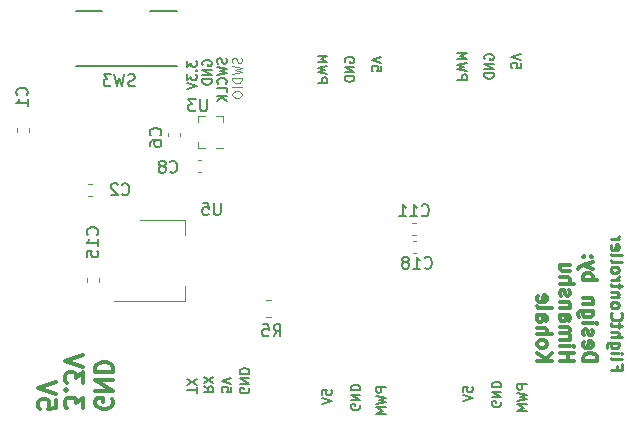
<source format=gbr>
%TF.GenerationSoftware,KiCad,Pcbnew,7.0.9*%
%TF.CreationDate,2025-06-07T20:57:36+05:30*%
%TF.ProjectId,flight_computer_rocketry,666c6967-6874-45f6-936f-6d7075746572,rev?*%
%TF.SameCoordinates,Original*%
%TF.FileFunction,Legend,Bot*%
%TF.FilePolarity,Positive*%
%FSLAX46Y46*%
G04 Gerber Fmt 4.6, Leading zero omitted, Abs format (unit mm)*
G04 Created by KiCad (PCBNEW 7.0.9) date 2025-06-07 20:57:36*
%MOMM*%
%LPD*%
G01*
G04 APERTURE LIST*
%ADD10C,0.200000*%
%ADD11C,0.125000*%
%ADD12C,0.300000*%
%ADD13C,0.250000*%
%ADD14C,0.150000*%
%ADD15C,0.120000*%
%ADD16C,0.100000*%
G04 APERTURE END LIST*
D10*
X138156695Y-89603006D02*
X138156695Y-89222054D01*
X138156695Y-89222054D02*
X138537647Y-89183958D01*
X138537647Y-89183958D02*
X138499552Y-89222054D01*
X138499552Y-89222054D02*
X138461457Y-89298244D01*
X138461457Y-89298244D02*
X138461457Y-89488720D01*
X138461457Y-89488720D02*
X138499552Y-89564911D01*
X138499552Y-89564911D02*
X138537647Y-89603006D01*
X138537647Y-89603006D02*
X138613838Y-89641101D01*
X138613838Y-89641101D02*
X138804314Y-89641101D01*
X138804314Y-89641101D02*
X138880504Y-89603006D01*
X138880504Y-89603006D02*
X138918600Y-89564911D01*
X138918600Y-89564911D02*
X138956695Y-89488720D01*
X138956695Y-89488720D02*
X138956695Y-89298244D01*
X138956695Y-89298244D02*
X138918600Y-89222054D01*
X138918600Y-89222054D02*
X138880504Y-89183958D01*
X138156695Y-89869673D02*
X138956695Y-90136340D01*
X138956695Y-90136340D02*
X138156695Y-90403006D01*
D11*
X119364500Y-61321616D02*
X119402595Y-61435902D01*
X119402595Y-61435902D02*
X119402595Y-61626378D01*
X119402595Y-61626378D02*
X119364500Y-61702569D01*
X119364500Y-61702569D02*
X119326404Y-61740664D01*
X119326404Y-61740664D02*
X119250214Y-61778759D01*
X119250214Y-61778759D02*
X119174023Y-61778759D01*
X119174023Y-61778759D02*
X119097833Y-61740664D01*
X119097833Y-61740664D02*
X119059738Y-61702569D01*
X119059738Y-61702569D02*
X119021642Y-61626378D01*
X119021642Y-61626378D02*
X118983547Y-61473997D01*
X118983547Y-61473997D02*
X118945452Y-61397807D01*
X118945452Y-61397807D02*
X118907357Y-61359712D01*
X118907357Y-61359712D02*
X118831166Y-61321616D01*
X118831166Y-61321616D02*
X118754976Y-61321616D01*
X118754976Y-61321616D02*
X118678785Y-61359712D01*
X118678785Y-61359712D02*
X118640690Y-61397807D01*
X118640690Y-61397807D02*
X118602595Y-61473997D01*
X118602595Y-61473997D02*
X118602595Y-61664474D01*
X118602595Y-61664474D02*
X118640690Y-61778759D01*
X118602595Y-62045426D02*
X119402595Y-62235902D01*
X119402595Y-62235902D02*
X118831166Y-62388283D01*
X118831166Y-62388283D02*
X119402595Y-62540664D01*
X119402595Y-62540664D02*
X118602595Y-62731141D01*
X119402595Y-63035903D02*
X118602595Y-63035903D01*
X118602595Y-63035903D02*
X118602595Y-63226379D01*
X118602595Y-63226379D02*
X118640690Y-63340665D01*
X118640690Y-63340665D02*
X118716880Y-63416855D01*
X118716880Y-63416855D02*
X118793071Y-63454950D01*
X118793071Y-63454950D02*
X118945452Y-63493046D01*
X118945452Y-63493046D02*
X119059738Y-63493046D01*
X119059738Y-63493046D02*
X119212119Y-63454950D01*
X119212119Y-63454950D02*
X119288309Y-63416855D01*
X119288309Y-63416855D02*
X119364500Y-63340665D01*
X119364500Y-63340665D02*
X119402595Y-63226379D01*
X119402595Y-63226379D02*
X119402595Y-63035903D01*
X119402595Y-63835903D02*
X118602595Y-63835903D01*
X118602595Y-64369236D02*
X118602595Y-64521617D01*
X118602595Y-64521617D02*
X118640690Y-64597807D01*
X118640690Y-64597807D02*
X118716880Y-64673998D01*
X118716880Y-64673998D02*
X118869261Y-64712093D01*
X118869261Y-64712093D02*
X119135928Y-64712093D01*
X119135928Y-64712093D02*
X119288309Y-64673998D01*
X119288309Y-64673998D02*
X119364500Y-64597807D01*
X119364500Y-64597807D02*
X119402595Y-64521617D01*
X119402595Y-64521617D02*
X119402595Y-64369236D01*
X119402595Y-64369236D02*
X119364500Y-64293045D01*
X119364500Y-64293045D02*
X119288309Y-64216855D01*
X119288309Y-64216855D02*
X119135928Y-64178759D01*
X119135928Y-64178759D02*
X118869261Y-64178759D01*
X118869261Y-64178759D02*
X118716880Y-64216855D01*
X118716880Y-64216855D02*
X118640690Y-64293045D01*
X118640690Y-64293045D02*
X118602595Y-64369236D01*
D12*
X108434742Y-90226774D02*
X108506171Y-90369632D01*
X108506171Y-90369632D02*
X108506171Y-90583917D01*
X108506171Y-90583917D02*
X108434742Y-90798203D01*
X108434742Y-90798203D02*
X108291885Y-90941060D01*
X108291885Y-90941060D02*
X108149028Y-91012489D01*
X108149028Y-91012489D02*
X107863314Y-91083917D01*
X107863314Y-91083917D02*
X107649028Y-91083917D01*
X107649028Y-91083917D02*
X107363314Y-91012489D01*
X107363314Y-91012489D02*
X107220457Y-90941060D01*
X107220457Y-90941060D02*
X107077600Y-90798203D01*
X107077600Y-90798203D02*
X107006171Y-90583917D01*
X107006171Y-90583917D02*
X107006171Y-90441060D01*
X107006171Y-90441060D02*
X107077600Y-90226774D01*
X107077600Y-90226774D02*
X107149028Y-90155346D01*
X107149028Y-90155346D02*
X107649028Y-90155346D01*
X107649028Y-90155346D02*
X107649028Y-90441060D01*
X107006171Y-89512489D02*
X108506171Y-89512489D01*
X108506171Y-89512489D02*
X107006171Y-88655346D01*
X107006171Y-88655346D02*
X108506171Y-88655346D01*
X107006171Y-87941060D02*
X108506171Y-87941060D01*
X108506171Y-87941060D02*
X108506171Y-87583917D01*
X108506171Y-87583917D02*
X108434742Y-87369631D01*
X108434742Y-87369631D02*
X108291885Y-87226774D01*
X108291885Y-87226774D02*
X108149028Y-87155345D01*
X108149028Y-87155345D02*
X107863314Y-87083917D01*
X107863314Y-87083917D02*
X107649028Y-87083917D01*
X107649028Y-87083917D02*
X107363314Y-87155345D01*
X107363314Y-87155345D02*
X107220457Y-87226774D01*
X107220457Y-87226774D02*
X107077600Y-87369631D01*
X107077600Y-87369631D02*
X107006171Y-87583917D01*
X107006171Y-87583917D02*
X107006171Y-87941060D01*
D10*
X114788695Y-61586863D02*
X114788695Y-62082101D01*
X114788695Y-62082101D02*
X115093457Y-61815435D01*
X115093457Y-61815435D02*
X115093457Y-61929720D01*
X115093457Y-61929720D02*
X115131552Y-62005911D01*
X115131552Y-62005911D02*
X115169647Y-62044006D01*
X115169647Y-62044006D02*
X115245838Y-62082101D01*
X115245838Y-62082101D02*
X115436314Y-62082101D01*
X115436314Y-62082101D02*
X115512504Y-62044006D01*
X115512504Y-62044006D02*
X115550600Y-62005911D01*
X115550600Y-62005911D02*
X115588695Y-61929720D01*
X115588695Y-61929720D02*
X115588695Y-61701149D01*
X115588695Y-61701149D02*
X115550600Y-61624958D01*
X115550600Y-61624958D02*
X115512504Y-61586863D01*
X115512504Y-62424959D02*
X115550600Y-62463054D01*
X115550600Y-62463054D02*
X115588695Y-62424959D01*
X115588695Y-62424959D02*
X115550600Y-62386863D01*
X115550600Y-62386863D02*
X115512504Y-62424959D01*
X115512504Y-62424959D02*
X115588695Y-62424959D01*
X114788695Y-62729720D02*
X114788695Y-63224958D01*
X114788695Y-63224958D02*
X115093457Y-62958292D01*
X115093457Y-62958292D02*
X115093457Y-63072577D01*
X115093457Y-63072577D02*
X115131552Y-63148768D01*
X115131552Y-63148768D02*
X115169647Y-63186863D01*
X115169647Y-63186863D02*
X115245838Y-63224958D01*
X115245838Y-63224958D02*
X115436314Y-63224958D01*
X115436314Y-63224958D02*
X115512504Y-63186863D01*
X115512504Y-63186863D02*
X115550600Y-63148768D01*
X115550600Y-63148768D02*
X115588695Y-63072577D01*
X115588695Y-63072577D02*
X115588695Y-62844006D01*
X115588695Y-62844006D02*
X115550600Y-62767815D01*
X115550600Y-62767815D02*
X115512504Y-62729720D01*
X114788695Y-63453530D02*
X115588695Y-63720197D01*
X115588695Y-63720197D02*
X114788695Y-63986863D01*
X125838304Y-63431945D02*
X126638304Y-63431945D01*
X126638304Y-63431945D02*
X126638304Y-63127183D01*
X126638304Y-63127183D02*
X126600209Y-63050993D01*
X126600209Y-63050993D02*
X126562114Y-63012898D01*
X126562114Y-63012898D02*
X126485923Y-62974802D01*
X126485923Y-62974802D02*
X126371638Y-62974802D01*
X126371638Y-62974802D02*
X126295447Y-63012898D01*
X126295447Y-63012898D02*
X126257352Y-63050993D01*
X126257352Y-63050993D02*
X126219257Y-63127183D01*
X126219257Y-63127183D02*
X126219257Y-63431945D01*
X126638304Y-62708136D02*
X125838304Y-62517660D01*
X125838304Y-62517660D02*
X126409733Y-62365279D01*
X126409733Y-62365279D02*
X125838304Y-62212898D01*
X125838304Y-62212898D02*
X126638304Y-62022422D01*
X125838304Y-61717659D02*
X126638304Y-61717659D01*
X126638304Y-61717659D02*
X126066876Y-61450993D01*
X126066876Y-61450993D02*
X126638304Y-61184326D01*
X126638304Y-61184326D02*
X125838304Y-61184326D01*
X119996209Y-89301898D02*
X120034304Y-89378088D01*
X120034304Y-89378088D02*
X120034304Y-89492374D01*
X120034304Y-89492374D02*
X119996209Y-89606660D01*
X119996209Y-89606660D02*
X119920019Y-89682850D01*
X119920019Y-89682850D02*
X119843828Y-89720945D01*
X119843828Y-89720945D02*
X119691447Y-89759041D01*
X119691447Y-89759041D02*
X119577161Y-89759041D01*
X119577161Y-89759041D02*
X119424780Y-89720945D01*
X119424780Y-89720945D02*
X119348590Y-89682850D01*
X119348590Y-89682850D02*
X119272400Y-89606660D01*
X119272400Y-89606660D02*
X119234304Y-89492374D01*
X119234304Y-89492374D02*
X119234304Y-89416183D01*
X119234304Y-89416183D02*
X119272400Y-89301898D01*
X119272400Y-89301898D02*
X119310495Y-89263802D01*
X119310495Y-89263802D02*
X119577161Y-89263802D01*
X119577161Y-89263802D02*
X119577161Y-89416183D01*
X119234304Y-88920945D02*
X120034304Y-88920945D01*
X120034304Y-88920945D02*
X119234304Y-88463802D01*
X119234304Y-88463802D02*
X120034304Y-88463802D01*
X119234304Y-88082850D02*
X120034304Y-88082850D01*
X120034304Y-88082850D02*
X120034304Y-87892374D01*
X120034304Y-87892374D02*
X119996209Y-87778088D01*
X119996209Y-87778088D02*
X119920019Y-87701898D01*
X119920019Y-87701898D02*
X119843828Y-87663803D01*
X119843828Y-87663803D02*
X119691447Y-87625707D01*
X119691447Y-87625707D02*
X119577161Y-87625707D01*
X119577161Y-87625707D02*
X119424780Y-87663803D01*
X119424780Y-87663803D02*
X119348590Y-87701898D01*
X119348590Y-87701898D02*
X119272400Y-87778088D01*
X119272400Y-87778088D02*
X119234304Y-87892374D01*
X119234304Y-87892374D02*
X119234304Y-88082850D01*
X116186304Y-89136802D02*
X116567257Y-89403469D01*
X116186304Y-89593945D02*
X116986304Y-89593945D01*
X116986304Y-89593945D02*
X116986304Y-89289183D01*
X116986304Y-89289183D02*
X116948209Y-89212993D01*
X116948209Y-89212993D02*
X116910114Y-89174898D01*
X116910114Y-89174898D02*
X116833923Y-89136802D01*
X116833923Y-89136802D02*
X116719638Y-89136802D01*
X116719638Y-89136802D02*
X116643447Y-89174898D01*
X116643447Y-89174898D02*
X116605352Y-89212993D01*
X116605352Y-89212993D02*
X116567257Y-89289183D01*
X116567257Y-89289183D02*
X116567257Y-89593945D01*
X116986304Y-88870136D02*
X116186304Y-88336802D01*
X116986304Y-88336802D02*
X116186304Y-88870136D01*
X143021304Y-61780993D02*
X143021304Y-62161945D01*
X143021304Y-62161945D02*
X142640352Y-62200041D01*
X142640352Y-62200041D02*
X142678447Y-62161945D01*
X142678447Y-62161945D02*
X142716542Y-62085755D01*
X142716542Y-62085755D02*
X142716542Y-61895279D01*
X142716542Y-61895279D02*
X142678447Y-61819088D01*
X142678447Y-61819088D02*
X142640352Y-61780993D01*
X142640352Y-61780993D02*
X142564161Y-61742898D01*
X142564161Y-61742898D02*
X142373685Y-61742898D01*
X142373685Y-61742898D02*
X142297495Y-61780993D01*
X142297495Y-61780993D02*
X142259400Y-61819088D01*
X142259400Y-61819088D02*
X142221304Y-61895279D01*
X142221304Y-61895279D02*
X142221304Y-62085755D01*
X142221304Y-62085755D02*
X142259400Y-62161945D01*
X142259400Y-62161945D02*
X142297495Y-62200041D01*
X143021304Y-61514326D02*
X142221304Y-61247659D01*
X142221304Y-61247659D02*
X143021304Y-60980993D01*
X137649304Y-63177945D02*
X138449304Y-63177945D01*
X138449304Y-63177945D02*
X138449304Y-62873183D01*
X138449304Y-62873183D02*
X138411209Y-62796993D01*
X138411209Y-62796993D02*
X138373114Y-62758898D01*
X138373114Y-62758898D02*
X138296923Y-62720802D01*
X138296923Y-62720802D02*
X138182638Y-62720802D01*
X138182638Y-62720802D02*
X138106447Y-62758898D01*
X138106447Y-62758898D02*
X138068352Y-62796993D01*
X138068352Y-62796993D02*
X138030257Y-62873183D01*
X138030257Y-62873183D02*
X138030257Y-63177945D01*
X138449304Y-62454136D02*
X137649304Y-62263660D01*
X137649304Y-62263660D02*
X138220733Y-62111279D01*
X138220733Y-62111279D02*
X137649304Y-61958898D01*
X137649304Y-61958898D02*
X138449304Y-61768422D01*
X137649304Y-61463659D02*
X138449304Y-61463659D01*
X138449304Y-61463659D02*
X137877876Y-61196993D01*
X137877876Y-61196993D02*
X138449304Y-60930326D01*
X138449304Y-60930326D02*
X137649304Y-60930326D01*
D12*
X105966171Y-91028346D02*
X105966171Y-90099774D01*
X105966171Y-90099774D02*
X105394742Y-90599774D01*
X105394742Y-90599774D02*
X105394742Y-90385489D01*
X105394742Y-90385489D02*
X105323314Y-90242632D01*
X105323314Y-90242632D02*
X105251885Y-90171203D01*
X105251885Y-90171203D02*
X105109028Y-90099774D01*
X105109028Y-90099774D02*
X104751885Y-90099774D01*
X104751885Y-90099774D02*
X104609028Y-90171203D01*
X104609028Y-90171203D02*
X104537600Y-90242632D01*
X104537600Y-90242632D02*
X104466171Y-90385489D01*
X104466171Y-90385489D02*
X104466171Y-90814060D01*
X104466171Y-90814060D02*
X104537600Y-90956917D01*
X104537600Y-90956917D02*
X104609028Y-91028346D01*
X104609028Y-89456918D02*
X104537600Y-89385489D01*
X104537600Y-89385489D02*
X104466171Y-89456918D01*
X104466171Y-89456918D02*
X104537600Y-89528346D01*
X104537600Y-89528346D02*
X104609028Y-89456918D01*
X104609028Y-89456918D02*
X104466171Y-89456918D01*
X105966171Y-88885489D02*
X105966171Y-87956917D01*
X105966171Y-87956917D02*
X105394742Y-88456917D01*
X105394742Y-88456917D02*
X105394742Y-88242632D01*
X105394742Y-88242632D02*
X105323314Y-88099775D01*
X105323314Y-88099775D02*
X105251885Y-88028346D01*
X105251885Y-88028346D02*
X105109028Y-87956917D01*
X105109028Y-87956917D02*
X104751885Y-87956917D01*
X104751885Y-87956917D02*
X104609028Y-88028346D01*
X104609028Y-88028346D02*
X104537600Y-88099775D01*
X104537600Y-88099775D02*
X104466171Y-88242632D01*
X104466171Y-88242632D02*
X104466171Y-88671203D01*
X104466171Y-88671203D02*
X104537600Y-88814060D01*
X104537600Y-88814060D02*
X104609028Y-88885489D01*
X105966171Y-87528346D02*
X104466171Y-87028346D01*
X104466171Y-87028346D02*
X105966171Y-86528346D01*
D10*
X139972790Y-61447101D02*
X139934695Y-61370911D01*
X139934695Y-61370911D02*
X139934695Y-61256625D01*
X139934695Y-61256625D02*
X139972790Y-61142339D01*
X139972790Y-61142339D02*
X140048980Y-61066149D01*
X140048980Y-61066149D02*
X140125171Y-61028054D01*
X140125171Y-61028054D02*
X140277552Y-60989958D01*
X140277552Y-60989958D02*
X140391838Y-60989958D01*
X140391838Y-60989958D02*
X140544219Y-61028054D01*
X140544219Y-61028054D02*
X140620409Y-61066149D01*
X140620409Y-61066149D02*
X140696600Y-61142339D01*
X140696600Y-61142339D02*
X140734695Y-61256625D01*
X140734695Y-61256625D02*
X140734695Y-61332816D01*
X140734695Y-61332816D02*
X140696600Y-61447101D01*
X140696600Y-61447101D02*
X140658504Y-61485197D01*
X140658504Y-61485197D02*
X140391838Y-61485197D01*
X140391838Y-61485197D02*
X140391838Y-61332816D01*
X140734695Y-61828054D02*
X139934695Y-61828054D01*
X139934695Y-61828054D02*
X140734695Y-62285197D01*
X140734695Y-62285197D02*
X139934695Y-62285197D01*
X140734695Y-62666149D02*
X139934695Y-62666149D01*
X139934695Y-62666149D02*
X139934695Y-62856625D01*
X139934695Y-62856625D02*
X139972790Y-62970911D01*
X139972790Y-62970911D02*
X140048980Y-63047101D01*
X140048980Y-63047101D02*
X140125171Y-63085196D01*
X140125171Y-63085196D02*
X140277552Y-63123292D01*
X140277552Y-63123292D02*
X140391838Y-63123292D01*
X140391838Y-63123292D02*
X140544219Y-63085196D01*
X140544219Y-63085196D02*
X140620409Y-63047101D01*
X140620409Y-63047101D02*
X140696600Y-62970911D01*
X140696600Y-62970911D02*
X140734695Y-62856625D01*
X140734695Y-62856625D02*
X140734695Y-62666149D01*
X131210304Y-62034993D02*
X131210304Y-62415945D01*
X131210304Y-62415945D02*
X130829352Y-62454041D01*
X130829352Y-62454041D02*
X130867447Y-62415945D01*
X130867447Y-62415945D02*
X130905542Y-62339755D01*
X130905542Y-62339755D02*
X130905542Y-62149279D01*
X130905542Y-62149279D02*
X130867447Y-62073088D01*
X130867447Y-62073088D02*
X130829352Y-62034993D01*
X130829352Y-62034993D02*
X130753161Y-61996898D01*
X130753161Y-61996898D02*
X130562685Y-61996898D01*
X130562685Y-61996898D02*
X130486495Y-62034993D01*
X130486495Y-62034993D02*
X130448400Y-62073088D01*
X130448400Y-62073088D02*
X130410304Y-62149279D01*
X130410304Y-62149279D02*
X130410304Y-62339755D01*
X130410304Y-62339755D02*
X130448400Y-62415945D01*
X130448400Y-62415945D02*
X130486495Y-62454041D01*
X131210304Y-61768326D02*
X130410304Y-61501659D01*
X130410304Y-61501659D02*
X131210304Y-61234993D01*
X116096790Y-61955101D02*
X116058695Y-61878911D01*
X116058695Y-61878911D02*
X116058695Y-61764625D01*
X116058695Y-61764625D02*
X116096790Y-61650339D01*
X116096790Y-61650339D02*
X116172980Y-61574149D01*
X116172980Y-61574149D02*
X116249171Y-61536054D01*
X116249171Y-61536054D02*
X116401552Y-61497958D01*
X116401552Y-61497958D02*
X116515838Y-61497958D01*
X116515838Y-61497958D02*
X116668219Y-61536054D01*
X116668219Y-61536054D02*
X116744409Y-61574149D01*
X116744409Y-61574149D02*
X116820600Y-61650339D01*
X116820600Y-61650339D02*
X116858695Y-61764625D01*
X116858695Y-61764625D02*
X116858695Y-61840816D01*
X116858695Y-61840816D02*
X116820600Y-61955101D01*
X116820600Y-61955101D02*
X116782504Y-61993197D01*
X116782504Y-61993197D02*
X116515838Y-61993197D01*
X116515838Y-61993197D02*
X116515838Y-61840816D01*
X116858695Y-62336054D02*
X116058695Y-62336054D01*
X116058695Y-62336054D02*
X116858695Y-62793197D01*
X116858695Y-62793197D02*
X116058695Y-62793197D01*
X116858695Y-63174149D02*
X116058695Y-63174149D01*
X116058695Y-63174149D02*
X116058695Y-63364625D01*
X116058695Y-63364625D02*
X116096790Y-63478911D01*
X116096790Y-63478911D02*
X116172980Y-63555101D01*
X116172980Y-63555101D02*
X116249171Y-63593196D01*
X116249171Y-63593196D02*
X116401552Y-63631292D01*
X116401552Y-63631292D02*
X116515838Y-63631292D01*
X116515838Y-63631292D02*
X116668219Y-63593196D01*
X116668219Y-63593196D02*
X116744409Y-63555101D01*
X116744409Y-63555101D02*
X116820600Y-63478911D01*
X116820600Y-63478911D02*
X116858695Y-63364625D01*
X116858695Y-63364625D02*
X116858695Y-63174149D01*
D12*
X103680171Y-90298203D02*
X103680171Y-91012489D01*
X103680171Y-91012489D02*
X102965885Y-91083917D01*
X102965885Y-91083917D02*
X103037314Y-91012489D01*
X103037314Y-91012489D02*
X103108742Y-90869632D01*
X103108742Y-90869632D02*
X103108742Y-90512489D01*
X103108742Y-90512489D02*
X103037314Y-90369632D01*
X103037314Y-90369632D02*
X102965885Y-90298203D01*
X102965885Y-90298203D02*
X102823028Y-90226774D01*
X102823028Y-90226774D02*
X102465885Y-90226774D01*
X102465885Y-90226774D02*
X102323028Y-90298203D01*
X102323028Y-90298203D02*
X102251600Y-90369632D01*
X102251600Y-90369632D02*
X102180171Y-90512489D01*
X102180171Y-90512489D02*
X102180171Y-90869632D01*
X102180171Y-90869632D02*
X102251600Y-91012489D01*
X102251600Y-91012489D02*
X102323028Y-91083917D01*
X103680171Y-89798203D02*
X102180171Y-89298203D01*
X102180171Y-89298203D02*
X103680171Y-88798203D01*
X148298457Y-87019917D02*
X149498457Y-87019917D01*
X149498457Y-87019917D02*
X149498457Y-86734203D01*
X149498457Y-86734203D02*
X149441314Y-86562774D01*
X149441314Y-86562774D02*
X149327028Y-86448489D01*
X149327028Y-86448489D02*
X149212742Y-86391346D01*
X149212742Y-86391346D02*
X148984171Y-86334203D01*
X148984171Y-86334203D02*
X148812742Y-86334203D01*
X148812742Y-86334203D02*
X148584171Y-86391346D01*
X148584171Y-86391346D02*
X148469885Y-86448489D01*
X148469885Y-86448489D02*
X148355600Y-86562774D01*
X148355600Y-86562774D02*
X148298457Y-86734203D01*
X148298457Y-86734203D02*
X148298457Y-87019917D01*
X148355600Y-85362774D02*
X148298457Y-85477060D01*
X148298457Y-85477060D02*
X148298457Y-85705632D01*
X148298457Y-85705632D02*
X148355600Y-85819917D01*
X148355600Y-85819917D02*
X148469885Y-85877060D01*
X148469885Y-85877060D02*
X148927028Y-85877060D01*
X148927028Y-85877060D02*
X149041314Y-85819917D01*
X149041314Y-85819917D02*
X149098457Y-85705632D01*
X149098457Y-85705632D02*
X149098457Y-85477060D01*
X149098457Y-85477060D02*
X149041314Y-85362774D01*
X149041314Y-85362774D02*
X148927028Y-85305632D01*
X148927028Y-85305632D02*
X148812742Y-85305632D01*
X148812742Y-85305632D02*
X148698457Y-85877060D01*
X148355600Y-84848489D02*
X148298457Y-84734203D01*
X148298457Y-84734203D02*
X148298457Y-84505632D01*
X148298457Y-84505632D02*
X148355600Y-84391346D01*
X148355600Y-84391346D02*
X148469885Y-84334203D01*
X148469885Y-84334203D02*
X148527028Y-84334203D01*
X148527028Y-84334203D02*
X148641314Y-84391346D01*
X148641314Y-84391346D02*
X148698457Y-84505632D01*
X148698457Y-84505632D02*
X148698457Y-84677061D01*
X148698457Y-84677061D02*
X148755600Y-84791346D01*
X148755600Y-84791346D02*
X148869885Y-84848489D01*
X148869885Y-84848489D02*
X148927028Y-84848489D01*
X148927028Y-84848489D02*
X149041314Y-84791346D01*
X149041314Y-84791346D02*
X149098457Y-84677061D01*
X149098457Y-84677061D02*
X149098457Y-84505632D01*
X149098457Y-84505632D02*
X149041314Y-84391346D01*
X148298457Y-83819917D02*
X149098457Y-83819917D01*
X149498457Y-83819917D02*
X149441314Y-83877060D01*
X149441314Y-83877060D02*
X149384171Y-83819917D01*
X149384171Y-83819917D02*
X149441314Y-83762774D01*
X149441314Y-83762774D02*
X149498457Y-83819917D01*
X149498457Y-83819917D02*
X149384171Y-83819917D01*
X149098457Y-82734203D02*
X148127028Y-82734203D01*
X148127028Y-82734203D02*
X148012742Y-82791345D01*
X148012742Y-82791345D02*
X147955600Y-82848488D01*
X147955600Y-82848488D02*
X147898457Y-82962774D01*
X147898457Y-82962774D02*
X147898457Y-83134203D01*
X147898457Y-83134203D02*
X147955600Y-83248488D01*
X148355600Y-82734203D02*
X148298457Y-82848488D01*
X148298457Y-82848488D02*
X148298457Y-83077060D01*
X148298457Y-83077060D02*
X148355600Y-83191345D01*
X148355600Y-83191345D02*
X148412742Y-83248488D01*
X148412742Y-83248488D02*
X148527028Y-83305631D01*
X148527028Y-83305631D02*
X148869885Y-83305631D01*
X148869885Y-83305631D02*
X148984171Y-83248488D01*
X148984171Y-83248488D02*
X149041314Y-83191345D01*
X149041314Y-83191345D02*
X149098457Y-83077060D01*
X149098457Y-83077060D02*
X149098457Y-82848488D01*
X149098457Y-82848488D02*
X149041314Y-82734203D01*
X149098457Y-82162774D02*
X148298457Y-82162774D01*
X148984171Y-82162774D02*
X149041314Y-82105631D01*
X149041314Y-82105631D02*
X149098457Y-81991346D01*
X149098457Y-81991346D02*
X149098457Y-81819917D01*
X149098457Y-81819917D02*
X149041314Y-81705631D01*
X149041314Y-81705631D02*
X148927028Y-81648489D01*
X148927028Y-81648489D02*
X148298457Y-81648489D01*
X148298457Y-80162774D02*
X149498457Y-80162774D01*
X149041314Y-80162774D02*
X149098457Y-80048489D01*
X149098457Y-80048489D02*
X149098457Y-79819917D01*
X149098457Y-79819917D02*
X149041314Y-79705631D01*
X149041314Y-79705631D02*
X148984171Y-79648489D01*
X148984171Y-79648489D02*
X148869885Y-79591346D01*
X148869885Y-79591346D02*
X148527028Y-79591346D01*
X148527028Y-79591346D02*
X148412742Y-79648489D01*
X148412742Y-79648489D02*
X148355600Y-79705631D01*
X148355600Y-79705631D02*
X148298457Y-79819917D01*
X148298457Y-79819917D02*
X148298457Y-80048489D01*
X148298457Y-80048489D02*
X148355600Y-80162774D01*
X149098457Y-79191346D02*
X148298457Y-78905632D01*
X149098457Y-78619917D02*
X148298457Y-78905632D01*
X148298457Y-78905632D02*
X148012742Y-79019917D01*
X148012742Y-79019917D02*
X147955600Y-79077060D01*
X147955600Y-79077060D02*
X147898457Y-79191346D01*
X148412742Y-78162774D02*
X148355600Y-78105631D01*
X148355600Y-78105631D02*
X148298457Y-78162774D01*
X148298457Y-78162774D02*
X148355600Y-78219917D01*
X148355600Y-78219917D02*
X148412742Y-78162774D01*
X148412742Y-78162774D02*
X148298457Y-78162774D01*
X149041314Y-78162774D02*
X148984171Y-78105631D01*
X148984171Y-78105631D02*
X148927028Y-78162774D01*
X148927028Y-78162774D02*
X148984171Y-78219917D01*
X148984171Y-78219917D02*
X149041314Y-78162774D01*
X149041314Y-78162774D02*
X148927028Y-78162774D01*
X146366457Y-87019917D02*
X147566457Y-87019917D01*
X146995028Y-87019917D02*
X146995028Y-86334203D01*
X146366457Y-86334203D02*
X147566457Y-86334203D01*
X146366457Y-85762774D02*
X147166457Y-85762774D01*
X147566457Y-85762774D02*
X147509314Y-85819917D01*
X147509314Y-85819917D02*
X147452171Y-85762774D01*
X147452171Y-85762774D02*
X147509314Y-85705631D01*
X147509314Y-85705631D02*
X147566457Y-85762774D01*
X147566457Y-85762774D02*
X147452171Y-85762774D01*
X146366457Y-85191345D02*
X147166457Y-85191345D01*
X147052171Y-85191345D02*
X147109314Y-85134202D01*
X147109314Y-85134202D02*
X147166457Y-85019917D01*
X147166457Y-85019917D02*
X147166457Y-84848488D01*
X147166457Y-84848488D02*
X147109314Y-84734202D01*
X147109314Y-84734202D02*
X146995028Y-84677060D01*
X146995028Y-84677060D02*
X146366457Y-84677060D01*
X146995028Y-84677060D02*
X147109314Y-84619917D01*
X147109314Y-84619917D02*
X147166457Y-84505631D01*
X147166457Y-84505631D02*
X147166457Y-84334202D01*
X147166457Y-84334202D02*
X147109314Y-84219917D01*
X147109314Y-84219917D02*
X146995028Y-84162774D01*
X146995028Y-84162774D02*
X146366457Y-84162774D01*
X146366457Y-83077060D02*
X146995028Y-83077060D01*
X146995028Y-83077060D02*
X147109314Y-83134202D01*
X147109314Y-83134202D02*
X147166457Y-83248488D01*
X147166457Y-83248488D02*
X147166457Y-83477060D01*
X147166457Y-83477060D02*
X147109314Y-83591345D01*
X146423600Y-83077060D02*
X146366457Y-83191345D01*
X146366457Y-83191345D02*
X146366457Y-83477060D01*
X146366457Y-83477060D02*
X146423600Y-83591345D01*
X146423600Y-83591345D02*
X146537885Y-83648488D01*
X146537885Y-83648488D02*
X146652171Y-83648488D01*
X146652171Y-83648488D02*
X146766457Y-83591345D01*
X146766457Y-83591345D02*
X146823600Y-83477060D01*
X146823600Y-83477060D02*
X146823600Y-83191345D01*
X146823600Y-83191345D02*
X146880742Y-83077060D01*
X147166457Y-82505631D02*
X146366457Y-82505631D01*
X147052171Y-82505631D02*
X147109314Y-82448488D01*
X147109314Y-82448488D02*
X147166457Y-82334203D01*
X147166457Y-82334203D02*
X147166457Y-82162774D01*
X147166457Y-82162774D02*
X147109314Y-82048488D01*
X147109314Y-82048488D02*
X146995028Y-81991346D01*
X146995028Y-81991346D02*
X146366457Y-81991346D01*
X146423600Y-81477060D02*
X146366457Y-81362774D01*
X146366457Y-81362774D02*
X146366457Y-81134203D01*
X146366457Y-81134203D02*
X146423600Y-81019917D01*
X146423600Y-81019917D02*
X146537885Y-80962774D01*
X146537885Y-80962774D02*
X146595028Y-80962774D01*
X146595028Y-80962774D02*
X146709314Y-81019917D01*
X146709314Y-81019917D02*
X146766457Y-81134203D01*
X146766457Y-81134203D02*
X146766457Y-81305632D01*
X146766457Y-81305632D02*
X146823600Y-81419917D01*
X146823600Y-81419917D02*
X146937885Y-81477060D01*
X146937885Y-81477060D02*
X146995028Y-81477060D01*
X146995028Y-81477060D02*
X147109314Y-81419917D01*
X147109314Y-81419917D02*
X147166457Y-81305632D01*
X147166457Y-81305632D02*
X147166457Y-81134203D01*
X147166457Y-81134203D02*
X147109314Y-81019917D01*
X146366457Y-80448488D02*
X147566457Y-80448488D01*
X146366457Y-79934203D02*
X146995028Y-79934203D01*
X146995028Y-79934203D02*
X147109314Y-79991345D01*
X147109314Y-79991345D02*
X147166457Y-80105631D01*
X147166457Y-80105631D02*
X147166457Y-80277060D01*
X147166457Y-80277060D02*
X147109314Y-80391345D01*
X147109314Y-80391345D02*
X147052171Y-80448488D01*
X147166457Y-78848489D02*
X146366457Y-78848489D01*
X147166457Y-79362774D02*
X146537885Y-79362774D01*
X146537885Y-79362774D02*
X146423600Y-79305631D01*
X146423600Y-79305631D02*
X146366457Y-79191346D01*
X146366457Y-79191346D02*
X146366457Y-79019917D01*
X146366457Y-79019917D02*
X146423600Y-78905631D01*
X146423600Y-78905631D02*
X146480742Y-78848489D01*
X144434457Y-87019917D02*
X145634457Y-87019917D01*
X144434457Y-86334203D02*
X145120171Y-86848489D01*
X145634457Y-86334203D02*
X144948742Y-87019917D01*
X144434457Y-85648489D02*
X144491600Y-85762774D01*
X144491600Y-85762774D02*
X144548742Y-85819917D01*
X144548742Y-85819917D02*
X144663028Y-85877060D01*
X144663028Y-85877060D02*
X145005885Y-85877060D01*
X145005885Y-85877060D02*
X145120171Y-85819917D01*
X145120171Y-85819917D02*
X145177314Y-85762774D01*
X145177314Y-85762774D02*
X145234457Y-85648489D01*
X145234457Y-85648489D02*
X145234457Y-85477060D01*
X145234457Y-85477060D02*
X145177314Y-85362774D01*
X145177314Y-85362774D02*
X145120171Y-85305632D01*
X145120171Y-85305632D02*
X145005885Y-85248489D01*
X145005885Y-85248489D02*
X144663028Y-85248489D01*
X144663028Y-85248489D02*
X144548742Y-85305632D01*
X144548742Y-85305632D02*
X144491600Y-85362774D01*
X144491600Y-85362774D02*
X144434457Y-85477060D01*
X144434457Y-85477060D02*
X144434457Y-85648489D01*
X144434457Y-84734203D02*
X145634457Y-84734203D01*
X144434457Y-84219918D02*
X145063028Y-84219918D01*
X145063028Y-84219918D02*
X145177314Y-84277060D01*
X145177314Y-84277060D02*
X145234457Y-84391346D01*
X145234457Y-84391346D02*
X145234457Y-84562775D01*
X145234457Y-84562775D02*
X145177314Y-84677060D01*
X145177314Y-84677060D02*
X145120171Y-84734203D01*
X144434457Y-83134204D02*
X145063028Y-83134204D01*
X145063028Y-83134204D02*
X145177314Y-83191346D01*
X145177314Y-83191346D02*
X145234457Y-83305632D01*
X145234457Y-83305632D02*
X145234457Y-83534204D01*
X145234457Y-83534204D02*
X145177314Y-83648489D01*
X144491600Y-83134204D02*
X144434457Y-83248489D01*
X144434457Y-83248489D02*
X144434457Y-83534204D01*
X144434457Y-83534204D02*
X144491600Y-83648489D01*
X144491600Y-83648489D02*
X144605885Y-83705632D01*
X144605885Y-83705632D02*
X144720171Y-83705632D01*
X144720171Y-83705632D02*
X144834457Y-83648489D01*
X144834457Y-83648489D02*
X144891600Y-83534204D01*
X144891600Y-83534204D02*
X144891600Y-83248489D01*
X144891600Y-83248489D02*
X144948742Y-83134204D01*
X144434457Y-82391347D02*
X144491600Y-82505632D01*
X144491600Y-82505632D02*
X144605885Y-82562775D01*
X144605885Y-82562775D02*
X145634457Y-82562775D01*
X144491600Y-81477061D02*
X144434457Y-81591347D01*
X144434457Y-81591347D02*
X144434457Y-81819919D01*
X144434457Y-81819919D02*
X144491600Y-81934204D01*
X144491600Y-81934204D02*
X144605885Y-81991347D01*
X144605885Y-81991347D02*
X145063028Y-81991347D01*
X145063028Y-81991347D02*
X145177314Y-81934204D01*
X145177314Y-81934204D02*
X145234457Y-81819919D01*
X145234457Y-81819919D02*
X145234457Y-81591347D01*
X145234457Y-81591347D02*
X145177314Y-81477061D01*
X145177314Y-81477061D02*
X145063028Y-81419919D01*
X145063028Y-81419919D02*
X144948742Y-81419919D01*
X144948742Y-81419919D02*
X144834457Y-81991347D01*
D10*
X128161790Y-61701101D02*
X128123695Y-61624911D01*
X128123695Y-61624911D02*
X128123695Y-61510625D01*
X128123695Y-61510625D02*
X128161790Y-61396339D01*
X128161790Y-61396339D02*
X128237980Y-61320149D01*
X128237980Y-61320149D02*
X128314171Y-61282054D01*
X128314171Y-61282054D02*
X128466552Y-61243958D01*
X128466552Y-61243958D02*
X128580838Y-61243958D01*
X128580838Y-61243958D02*
X128733219Y-61282054D01*
X128733219Y-61282054D02*
X128809409Y-61320149D01*
X128809409Y-61320149D02*
X128885600Y-61396339D01*
X128885600Y-61396339D02*
X128923695Y-61510625D01*
X128923695Y-61510625D02*
X128923695Y-61586816D01*
X128923695Y-61586816D02*
X128885600Y-61701101D01*
X128885600Y-61701101D02*
X128847504Y-61739197D01*
X128847504Y-61739197D02*
X128580838Y-61739197D01*
X128580838Y-61739197D02*
X128580838Y-61586816D01*
X128923695Y-62082054D02*
X128123695Y-62082054D01*
X128123695Y-62082054D02*
X128923695Y-62539197D01*
X128923695Y-62539197D02*
X128123695Y-62539197D01*
X128923695Y-62920149D02*
X128123695Y-62920149D01*
X128123695Y-62920149D02*
X128123695Y-63110625D01*
X128123695Y-63110625D02*
X128161790Y-63224911D01*
X128161790Y-63224911D02*
X128237980Y-63301101D01*
X128237980Y-63301101D02*
X128314171Y-63339196D01*
X128314171Y-63339196D02*
X128466552Y-63377292D01*
X128466552Y-63377292D02*
X128580838Y-63377292D01*
X128580838Y-63377292D02*
X128733219Y-63339196D01*
X128733219Y-63339196D02*
X128809409Y-63301101D01*
X128809409Y-63301101D02*
X128885600Y-63224911D01*
X128885600Y-63224911D02*
X128923695Y-63110625D01*
X128923695Y-63110625D02*
X128923695Y-62920149D01*
X143528695Y-88968054D02*
X142728695Y-88968054D01*
X142728695Y-88968054D02*
X142728695Y-89272816D01*
X142728695Y-89272816D02*
X142766790Y-89349006D01*
X142766790Y-89349006D02*
X142804885Y-89387101D01*
X142804885Y-89387101D02*
X142881076Y-89425197D01*
X142881076Y-89425197D02*
X142995361Y-89425197D01*
X142995361Y-89425197D02*
X143071552Y-89387101D01*
X143071552Y-89387101D02*
X143109647Y-89349006D01*
X143109647Y-89349006D02*
X143147742Y-89272816D01*
X143147742Y-89272816D02*
X143147742Y-88968054D01*
X142728695Y-89691863D02*
X143528695Y-89882339D01*
X143528695Y-89882339D02*
X142957266Y-90034720D01*
X142957266Y-90034720D02*
X143528695Y-90187101D01*
X143528695Y-90187101D02*
X142728695Y-90377578D01*
X143528695Y-90682340D02*
X142728695Y-90682340D01*
X142728695Y-90682340D02*
X143300123Y-90949006D01*
X143300123Y-90949006D02*
X142728695Y-91215673D01*
X142728695Y-91215673D02*
X143528695Y-91215673D01*
X131590695Y-89222054D02*
X130790695Y-89222054D01*
X130790695Y-89222054D02*
X130790695Y-89526816D01*
X130790695Y-89526816D02*
X130828790Y-89603006D01*
X130828790Y-89603006D02*
X130866885Y-89641101D01*
X130866885Y-89641101D02*
X130943076Y-89679197D01*
X130943076Y-89679197D02*
X131057361Y-89679197D01*
X131057361Y-89679197D02*
X131133552Y-89641101D01*
X131133552Y-89641101D02*
X131171647Y-89603006D01*
X131171647Y-89603006D02*
X131209742Y-89526816D01*
X131209742Y-89526816D02*
X131209742Y-89222054D01*
X130790695Y-89945863D02*
X131590695Y-90136339D01*
X131590695Y-90136339D02*
X131019266Y-90288720D01*
X131019266Y-90288720D02*
X131590695Y-90441101D01*
X131590695Y-90441101D02*
X130790695Y-90631578D01*
X131590695Y-90936340D02*
X130790695Y-90936340D01*
X130790695Y-90936340D02*
X131362123Y-91203006D01*
X131362123Y-91203006D02*
X130790695Y-91469673D01*
X130790695Y-91469673D02*
X131590695Y-91469673D01*
X126218695Y-89857006D02*
X126218695Y-89476054D01*
X126218695Y-89476054D02*
X126599647Y-89437958D01*
X126599647Y-89437958D02*
X126561552Y-89476054D01*
X126561552Y-89476054D02*
X126523457Y-89552244D01*
X126523457Y-89552244D02*
X126523457Y-89742720D01*
X126523457Y-89742720D02*
X126561552Y-89818911D01*
X126561552Y-89818911D02*
X126599647Y-89857006D01*
X126599647Y-89857006D02*
X126675838Y-89895101D01*
X126675838Y-89895101D02*
X126866314Y-89895101D01*
X126866314Y-89895101D02*
X126942504Y-89857006D01*
X126942504Y-89857006D02*
X126980600Y-89818911D01*
X126980600Y-89818911D02*
X127018695Y-89742720D01*
X127018695Y-89742720D02*
X127018695Y-89552244D01*
X127018695Y-89552244D02*
X126980600Y-89476054D01*
X126980600Y-89476054D02*
X126942504Y-89437958D01*
X126218695Y-90123673D02*
X127018695Y-90390340D01*
X127018695Y-90390340D02*
X126218695Y-90657006D01*
D13*
X151154190Y-87402098D02*
X151154190Y-87735431D01*
X150630380Y-87735431D02*
X151630380Y-87735431D01*
X151630380Y-87735431D02*
X151630380Y-87259241D01*
X150630380Y-86735431D02*
X150678000Y-86830669D01*
X150678000Y-86830669D02*
X150773238Y-86878288D01*
X150773238Y-86878288D02*
X151630380Y-86878288D01*
X150630380Y-86354478D02*
X151297047Y-86354478D01*
X151630380Y-86354478D02*
X151582761Y-86402097D01*
X151582761Y-86402097D02*
X151535142Y-86354478D01*
X151535142Y-86354478D02*
X151582761Y-86306859D01*
X151582761Y-86306859D02*
X151630380Y-86354478D01*
X151630380Y-86354478D02*
X151535142Y-86354478D01*
X151297047Y-85449717D02*
X150487523Y-85449717D01*
X150487523Y-85449717D02*
X150392285Y-85497336D01*
X150392285Y-85497336D02*
X150344666Y-85544955D01*
X150344666Y-85544955D02*
X150297047Y-85640193D01*
X150297047Y-85640193D02*
X150297047Y-85783050D01*
X150297047Y-85783050D02*
X150344666Y-85878288D01*
X150678000Y-85449717D02*
X150630380Y-85544955D01*
X150630380Y-85544955D02*
X150630380Y-85735431D01*
X150630380Y-85735431D02*
X150678000Y-85830669D01*
X150678000Y-85830669D02*
X150725619Y-85878288D01*
X150725619Y-85878288D02*
X150820857Y-85925907D01*
X150820857Y-85925907D02*
X151106571Y-85925907D01*
X151106571Y-85925907D02*
X151201809Y-85878288D01*
X151201809Y-85878288D02*
X151249428Y-85830669D01*
X151249428Y-85830669D02*
X151297047Y-85735431D01*
X151297047Y-85735431D02*
X151297047Y-85544955D01*
X151297047Y-85544955D02*
X151249428Y-85449717D01*
X150630380Y-84973526D02*
X151630380Y-84973526D01*
X150630380Y-84544955D02*
X151154190Y-84544955D01*
X151154190Y-84544955D02*
X151249428Y-84592574D01*
X151249428Y-84592574D02*
X151297047Y-84687812D01*
X151297047Y-84687812D02*
X151297047Y-84830669D01*
X151297047Y-84830669D02*
X151249428Y-84925907D01*
X151249428Y-84925907D02*
X151201809Y-84973526D01*
X151297047Y-84211621D02*
X151297047Y-83830669D01*
X151630380Y-84068764D02*
X150773238Y-84068764D01*
X150773238Y-84068764D02*
X150678000Y-84021145D01*
X150678000Y-84021145D02*
X150630380Y-83925907D01*
X150630380Y-83925907D02*
X150630380Y-83830669D01*
X150725619Y-82925907D02*
X150678000Y-82973526D01*
X150678000Y-82973526D02*
X150630380Y-83116383D01*
X150630380Y-83116383D02*
X150630380Y-83211621D01*
X150630380Y-83211621D02*
X150678000Y-83354478D01*
X150678000Y-83354478D02*
X150773238Y-83449716D01*
X150773238Y-83449716D02*
X150868476Y-83497335D01*
X150868476Y-83497335D02*
X151058952Y-83544954D01*
X151058952Y-83544954D02*
X151201809Y-83544954D01*
X151201809Y-83544954D02*
X151392285Y-83497335D01*
X151392285Y-83497335D02*
X151487523Y-83449716D01*
X151487523Y-83449716D02*
X151582761Y-83354478D01*
X151582761Y-83354478D02*
X151630380Y-83211621D01*
X151630380Y-83211621D02*
X151630380Y-83116383D01*
X151630380Y-83116383D02*
X151582761Y-82973526D01*
X151582761Y-82973526D02*
X151535142Y-82925907D01*
X150630380Y-82354478D02*
X150678000Y-82449716D01*
X150678000Y-82449716D02*
X150725619Y-82497335D01*
X150725619Y-82497335D02*
X150820857Y-82544954D01*
X150820857Y-82544954D02*
X151106571Y-82544954D01*
X151106571Y-82544954D02*
X151201809Y-82497335D01*
X151201809Y-82497335D02*
X151249428Y-82449716D01*
X151249428Y-82449716D02*
X151297047Y-82354478D01*
X151297047Y-82354478D02*
X151297047Y-82211621D01*
X151297047Y-82211621D02*
X151249428Y-82116383D01*
X151249428Y-82116383D02*
X151201809Y-82068764D01*
X151201809Y-82068764D02*
X151106571Y-82021145D01*
X151106571Y-82021145D02*
X150820857Y-82021145D01*
X150820857Y-82021145D02*
X150725619Y-82068764D01*
X150725619Y-82068764D02*
X150678000Y-82116383D01*
X150678000Y-82116383D02*
X150630380Y-82211621D01*
X150630380Y-82211621D02*
X150630380Y-82354478D01*
X151297047Y-81592573D02*
X150630380Y-81592573D01*
X151201809Y-81592573D02*
X151249428Y-81544954D01*
X151249428Y-81544954D02*
X151297047Y-81449716D01*
X151297047Y-81449716D02*
X151297047Y-81306859D01*
X151297047Y-81306859D02*
X151249428Y-81211621D01*
X151249428Y-81211621D02*
X151154190Y-81164002D01*
X151154190Y-81164002D02*
X150630380Y-81164002D01*
X151297047Y-80830668D02*
X151297047Y-80449716D01*
X151630380Y-80687811D02*
X150773238Y-80687811D01*
X150773238Y-80687811D02*
X150678000Y-80640192D01*
X150678000Y-80640192D02*
X150630380Y-80544954D01*
X150630380Y-80544954D02*
X150630380Y-80449716D01*
X150630380Y-80116382D02*
X151297047Y-80116382D01*
X151106571Y-80116382D02*
X151201809Y-80068763D01*
X151201809Y-80068763D02*
X151249428Y-80021144D01*
X151249428Y-80021144D02*
X151297047Y-79925906D01*
X151297047Y-79925906D02*
X151297047Y-79830668D01*
X150630380Y-79354477D02*
X150678000Y-79449715D01*
X150678000Y-79449715D02*
X150725619Y-79497334D01*
X150725619Y-79497334D02*
X150820857Y-79544953D01*
X150820857Y-79544953D02*
X151106571Y-79544953D01*
X151106571Y-79544953D02*
X151201809Y-79497334D01*
X151201809Y-79497334D02*
X151249428Y-79449715D01*
X151249428Y-79449715D02*
X151297047Y-79354477D01*
X151297047Y-79354477D02*
X151297047Y-79211620D01*
X151297047Y-79211620D02*
X151249428Y-79116382D01*
X151249428Y-79116382D02*
X151201809Y-79068763D01*
X151201809Y-79068763D02*
X151106571Y-79021144D01*
X151106571Y-79021144D02*
X150820857Y-79021144D01*
X150820857Y-79021144D02*
X150725619Y-79068763D01*
X150725619Y-79068763D02*
X150678000Y-79116382D01*
X150678000Y-79116382D02*
X150630380Y-79211620D01*
X150630380Y-79211620D02*
X150630380Y-79354477D01*
X150630380Y-78449715D02*
X150678000Y-78544953D01*
X150678000Y-78544953D02*
X150773238Y-78592572D01*
X150773238Y-78592572D02*
X151630380Y-78592572D01*
X150630380Y-77925905D02*
X150678000Y-78021143D01*
X150678000Y-78021143D02*
X150773238Y-78068762D01*
X150773238Y-78068762D02*
X151630380Y-78068762D01*
X150678000Y-77164000D02*
X150630380Y-77259238D01*
X150630380Y-77259238D02*
X150630380Y-77449714D01*
X150630380Y-77449714D02*
X150678000Y-77544952D01*
X150678000Y-77544952D02*
X150773238Y-77592571D01*
X150773238Y-77592571D02*
X151154190Y-77592571D01*
X151154190Y-77592571D02*
X151249428Y-77544952D01*
X151249428Y-77544952D02*
X151297047Y-77449714D01*
X151297047Y-77449714D02*
X151297047Y-77259238D01*
X151297047Y-77259238D02*
X151249428Y-77164000D01*
X151249428Y-77164000D02*
X151154190Y-77116381D01*
X151154190Y-77116381D02*
X151058952Y-77116381D01*
X151058952Y-77116381D02*
X150963714Y-77592571D01*
X150630380Y-76687809D02*
X151297047Y-76687809D01*
X151106571Y-76687809D02*
X151201809Y-76640190D01*
X151201809Y-76640190D02*
X151249428Y-76592571D01*
X151249428Y-76592571D02*
X151297047Y-76497333D01*
X151297047Y-76497333D02*
X151297047Y-76402095D01*
D10*
X118510304Y-89212993D02*
X118510304Y-89593945D01*
X118510304Y-89593945D02*
X118129352Y-89632041D01*
X118129352Y-89632041D02*
X118167447Y-89593945D01*
X118167447Y-89593945D02*
X118205542Y-89517755D01*
X118205542Y-89517755D02*
X118205542Y-89327279D01*
X118205542Y-89327279D02*
X118167447Y-89251088D01*
X118167447Y-89251088D02*
X118129352Y-89212993D01*
X118129352Y-89212993D02*
X118053161Y-89174898D01*
X118053161Y-89174898D02*
X117862685Y-89174898D01*
X117862685Y-89174898D02*
X117786495Y-89212993D01*
X117786495Y-89212993D02*
X117748400Y-89251088D01*
X117748400Y-89251088D02*
X117710304Y-89327279D01*
X117710304Y-89327279D02*
X117710304Y-89517755D01*
X117710304Y-89517755D02*
X117748400Y-89593945D01*
X117748400Y-89593945D02*
X117786495Y-89632041D01*
X118510304Y-88946326D02*
X117710304Y-88679659D01*
X117710304Y-88679659D02*
X118510304Y-88412993D01*
X141332209Y-90444898D02*
X141370304Y-90521088D01*
X141370304Y-90521088D02*
X141370304Y-90635374D01*
X141370304Y-90635374D02*
X141332209Y-90749660D01*
X141332209Y-90749660D02*
X141256019Y-90825850D01*
X141256019Y-90825850D02*
X141179828Y-90863945D01*
X141179828Y-90863945D02*
X141027447Y-90902041D01*
X141027447Y-90902041D02*
X140913161Y-90902041D01*
X140913161Y-90902041D02*
X140760780Y-90863945D01*
X140760780Y-90863945D02*
X140684590Y-90825850D01*
X140684590Y-90825850D02*
X140608400Y-90749660D01*
X140608400Y-90749660D02*
X140570304Y-90635374D01*
X140570304Y-90635374D02*
X140570304Y-90559183D01*
X140570304Y-90559183D02*
X140608400Y-90444898D01*
X140608400Y-90444898D02*
X140646495Y-90406802D01*
X140646495Y-90406802D02*
X140913161Y-90406802D01*
X140913161Y-90406802D02*
X140913161Y-90559183D01*
X140570304Y-90063945D02*
X141370304Y-90063945D01*
X141370304Y-90063945D02*
X140570304Y-89606802D01*
X140570304Y-89606802D02*
X141370304Y-89606802D01*
X140570304Y-89225850D02*
X141370304Y-89225850D01*
X141370304Y-89225850D02*
X141370304Y-89035374D01*
X141370304Y-89035374D02*
X141332209Y-88921088D01*
X141332209Y-88921088D02*
X141256019Y-88844898D01*
X141256019Y-88844898D02*
X141179828Y-88806803D01*
X141179828Y-88806803D02*
X141027447Y-88768707D01*
X141027447Y-88768707D02*
X140913161Y-88768707D01*
X140913161Y-88768707D02*
X140760780Y-88806803D01*
X140760780Y-88806803D02*
X140684590Y-88844898D01*
X140684590Y-88844898D02*
X140608400Y-88921088D01*
X140608400Y-88921088D02*
X140570304Y-89035374D01*
X140570304Y-89035374D02*
X140570304Y-89225850D01*
X118090600Y-61370958D02*
X118128695Y-61485244D01*
X118128695Y-61485244D02*
X118128695Y-61675720D01*
X118128695Y-61675720D02*
X118090600Y-61751911D01*
X118090600Y-61751911D02*
X118052504Y-61790006D01*
X118052504Y-61790006D02*
X117976314Y-61828101D01*
X117976314Y-61828101D02*
X117900123Y-61828101D01*
X117900123Y-61828101D02*
X117823933Y-61790006D01*
X117823933Y-61790006D02*
X117785838Y-61751911D01*
X117785838Y-61751911D02*
X117747742Y-61675720D01*
X117747742Y-61675720D02*
X117709647Y-61523339D01*
X117709647Y-61523339D02*
X117671552Y-61447149D01*
X117671552Y-61447149D02*
X117633457Y-61409054D01*
X117633457Y-61409054D02*
X117557266Y-61370958D01*
X117557266Y-61370958D02*
X117481076Y-61370958D01*
X117481076Y-61370958D02*
X117404885Y-61409054D01*
X117404885Y-61409054D02*
X117366790Y-61447149D01*
X117366790Y-61447149D02*
X117328695Y-61523339D01*
X117328695Y-61523339D02*
X117328695Y-61713816D01*
X117328695Y-61713816D02*
X117366790Y-61828101D01*
X117328695Y-62094768D02*
X118128695Y-62285244D01*
X118128695Y-62285244D02*
X117557266Y-62437625D01*
X117557266Y-62437625D02*
X118128695Y-62590006D01*
X118128695Y-62590006D02*
X117328695Y-62780483D01*
X118052504Y-63542388D02*
X118090600Y-63504292D01*
X118090600Y-63504292D02*
X118128695Y-63390007D01*
X118128695Y-63390007D02*
X118128695Y-63313816D01*
X118128695Y-63313816D02*
X118090600Y-63199530D01*
X118090600Y-63199530D02*
X118014409Y-63123340D01*
X118014409Y-63123340D02*
X117938219Y-63085245D01*
X117938219Y-63085245D02*
X117785838Y-63047149D01*
X117785838Y-63047149D02*
X117671552Y-63047149D01*
X117671552Y-63047149D02*
X117519171Y-63085245D01*
X117519171Y-63085245D02*
X117442980Y-63123340D01*
X117442980Y-63123340D02*
X117366790Y-63199530D01*
X117366790Y-63199530D02*
X117328695Y-63313816D01*
X117328695Y-63313816D02*
X117328695Y-63390007D01*
X117328695Y-63390007D02*
X117366790Y-63504292D01*
X117366790Y-63504292D02*
X117404885Y-63542388D01*
X118128695Y-64266197D02*
X118128695Y-63885245D01*
X118128695Y-63885245D02*
X117328695Y-63885245D01*
X118128695Y-64532864D02*
X117328695Y-64532864D01*
X118128695Y-64990007D02*
X117671552Y-64647149D01*
X117328695Y-64990007D02*
X117785838Y-64532864D01*
X129394209Y-90698898D02*
X129432304Y-90775088D01*
X129432304Y-90775088D02*
X129432304Y-90889374D01*
X129432304Y-90889374D02*
X129394209Y-91003660D01*
X129394209Y-91003660D02*
X129318019Y-91079850D01*
X129318019Y-91079850D02*
X129241828Y-91117945D01*
X129241828Y-91117945D02*
X129089447Y-91156041D01*
X129089447Y-91156041D02*
X128975161Y-91156041D01*
X128975161Y-91156041D02*
X128822780Y-91117945D01*
X128822780Y-91117945D02*
X128746590Y-91079850D01*
X128746590Y-91079850D02*
X128670400Y-91003660D01*
X128670400Y-91003660D02*
X128632304Y-90889374D01*
X128632304Y-90889374D02*
X128632304Y-90813183D01*
X128632304Y-90813183D02*
X128670400Y-90698898D01*
X128670400Y-90698898D02*
X128708495Y-90660802D01*
X128708495Y-90660802D02*
X128975161Y-90660802D01*
X128975161Y-90660802D02*
X128975161Y-90813183D01*
X128632304Y-90317945D02*
X129432304Y-90317945D01*
X129432304Y-90317945D02*
X128632304Y-89860802D01*
X128632304Y-89860802D02*
X129432304Y-89860802D01*
X128632304Y-89479850D02*
X129432304Y-89479850D01*
X129432304Y-89479850D02*
X129432304Y-89289374D01*
X129432304Y-89289374D02*
X129394209Y-89175088D01*
X129394209Y-89175088D02*
X129318019Y-89098898D01*
X129318019Y-89098898D02*
X129241828Y-89060803D01*
X129241828Y-89060803D02*
X129089447Y-89022707D01*
X129089447Y-89022707D02*
X128975161Y-89022707D01*
X128975161Y-89022707D02*
X128822780Y-89060803D01*
X128822780Y-89060803D02*
X128746590Y-89098898D01*
X128746590Y-89098898D02*
X128670400Y-89175088D01*
X128670400Y-89175088D02*
X128632304Y-89289374D01*
X128632304Y-89289374D02*
X128632304Y-89479850D01*
X115589304Y-89708231D02*
X115589304Y-89251088D01*
X114789304Y-89479660D02*
X115589304Y-89479660D01*
X115589304Y-89060612D02*
X114789304Y-88527278D01*
X115589304Y-88527278D02*
X114789304Y-89060612D01*
D14*
X109259666Y-72876580D02*
X109307285Y-72924200D01*
X109307285Y-72924200D02*
X109450142Y-72971819D01*
X109450142Y-72971819D02*
X109545380Y-72971819D01*
X109545380Y-72971819D02*
X109688237Y-72924200D01*
X109688237Y-72924200D02*
X109783475Y-72828961D01*
X109783475Y-72828961D02*
X109831094Y-72733723D01*
X109831094Y-72733723D02*
X109878713Y-72543247D01*
X109878713Y-72543247D02*
X109878713Y-72400390D01*
X109878713Y-72400390D02*
X109831094Y-72209914D01*
X109831094Y-72209914D02*
X109783475Y-72114676D01*
X109783475Y-72114676D02*
X109688237Y-72019438D01*
X109688237Y-72019438D02*
X109545380Y-71971819D01*
X109545380Y-71971819D02*
X109450142Y-71971819D01*
X109450142Y-71971819D02*
X109307285Y-72019438D01*
X109307285Y-72019438D02*
X109259666Y-72067057D01*
X108878713Y-72067057D02*
X108831094Y-72019438D01*
X108831094Y-72019438D02*
X108735856Y-71971819D01*
X108735856Y-71971819D02*
X108497761Y-71971819D01*
X108497761Y-71971819D02*
X108402523Y-72019438D01*
X108402523Y-72019438D02*
X108354904Y-72067057D01*
X108354904Y-72067057D02*
X108307285Y-72162295D01*
X108307285Y-72162295D02*
X108307285Y-72257533D01*
X108307285Y-72257533D02*
X108354904Y-72400390D01*
X108354904Y-72400390D02*
X108926332Y-72971819D01*
X108926332Y-72971819D02*
X108307285Y-72971819D01*
X110361332Y-63697200D02*
X110218475Y-63744819D01*
X110218475Y-63744819D02*
X109980380Y-63744819D01*
X109980380Y-63744819D02*
X109885142Y-63697200D01*
X109885142Y-63697200D02*
X109837523Y-63649580D01*
X109837523Y-63649580D02*
X109789904Y-63554342D01*
X109789904Y-63554342D02*
X109789904Y-63459104D01*
X109789904Y-63459104D02*
X109837523Y-63363866D01*
X109837523Y-63363866D02*
X109885142Y-63316247D01*
X109885142Y-63316247D02*
X109980380Y-63268628D01*
X109980380Y-63268628D02*
X110170856Y-63221009D01*
X110170856Y-63221009D02*
X110266094Y-63173390D01*
X110266094Y-63173390D02*
X110313713Y-63125771D01*
X110313713Y-63125771D02*
X110361332Y-63030533D01*
X110361332Y-63030533D02*
X110361332Y-62935295D01*
X110361332Y-62935295D02*
X110313713Y-62840057D01*
X110313713Y-62840057D02*
X110266094Y-62792438D01*
X110266094Y-62792438D02*
X110170856Y-62744819D01*
X110170856Y-62744819D02*
X109932761Y-62744819D01*
X109932761Y-62744819D02*
X109789904Y-62792438D01*
X109456570Y-62744819D02*
X109218475Y-63744819D01*
X109218475Y-63744819D02*
X109027999Y-63030533D01*
X109027999Y-63030533D02*
X108837523Y-63744819D01*
X108837523Y-63744819D02*
X108599428Y-62744819D01*
X108313713Y-62744819D02*
X107694666Y-62744819D01*
X107694666Y-62744819D02*
X108027999Y-63125771D01*
X108027999Y-63125771D02*
X107885142Y-63125771D01*
X107885142Y-63125771D02*
X107789904Y-63173390D01*
X107789904Y-63173390D02*
X107742285Y-63221009D01*
X107742285Y-63221009D02*
X107694666Y-63316247D01*
X107694666Y-63316247D02*
X107694666Y-63554342D01*
X107694666Y-63554342D02*
X107742285Y-63649580D01*
X107742285Y-63649580D02*
X107789904Y-63697200D01*
X107789904Y-63697200D02*
X107885142Y-63744819D01*
X107885142Y-63744819D02*
X108170856Y-63744819D01*
X108170856Y-63744819D02*
X108266094Y-63697200D01*
X108266094Y-63697200D02*
X108313713Y-63649580D01*
X122086666Y-84909819D02*
X122419999Y-84433628D01*
X122658094Y-84909819D02*
X122658094Y-83909819D01*
X122658094Y-83909819D02*
X122277142Y-83909819D01*
X122277142Y-83909819D02*
X122181904Y-83957438D01*
X122181904Y-83957438D02*
X122134285Y-84005057D01*
X122134285Y-84005057D02*
X122086666Y-84100295D01*
X122086666Y-84100295D02*
X122086666Y-84243152D01*
X122086666Y-84243152D02*
X122134285Y-84338390D01*
X122134285Y-84338390D02*
X122181904Y-84386009D01*
X122181904Y-84386009D02*
X122277142Y-84433628D01*
X122277142Y-84433628D02*
X122658094Y-84433628D01*
X121181904Y-83909819D02*
X121658094Y-83909819D01*
X121658094Y-83909819D02*
X121705713Y-84386009D01*
X121705713Y-84386009D02*
X121658094Y-84338390D01*
X121658094Y-84338390D02*
X121562856Y-84290771D01*
X121562856Y-84290771D02*
X121324761Y-84290771D01*
X121324761Y-84290771D02*
X121229523Y-84338390D01*
X121229523Y-84338390D02*
X121181904Y-84386009D01*
X121181904Y-84386009D02*
X121134285Y-84481247D01*
X121134285Y-84481247D02*
X121134285Y-84719342D01*
X121134285Y-84719342D02*
X121181904Y-84814580D01*
X121181904Y-84814580D02*
X121229523Y-84862200D01*
X121229523Y-84862200D02*
X121324761Y-84909819D01*
X121324761Y-84909819D02*
X121562856Y-84909819D01*
X121562856Y-84909819D02*
X121658094Y-84862200D01*
X121658094Y-84862200D02*
X121705713Y-84814580D01*
X116458904Y-64859819D02*
X116458904Y-65669342D01*
X116458904Y-65669342D02*
X116411285Y-65764580D01*
X116411285Y-65764580D02*
X116363666Y-65812200D01*
X116363666Y-65812200D02*
X116268428Y-65859819D01*
X116268428Y-65859819D02*
X116077952Y-65859819D01*
X116077952Y-65859819D02*
X115982714Y-65812200D01*
X115982714Y-65812200D02*
X115935095Y-65764580D01*
X115935095Y-65764580D02*
X115887476Y-65669342D01*
X115887476Y-65669342D02*
X115887476Y-64859819D01*
X115506523Y-64859819D02*
X114887476Y-64859819D01*
X114887476Y-64859819D02*
X115220809Y-65240771D01*
X115220809Y-65240771D02*
X115077952Y-65240771D01*
X115077952Y-65240771D02*
X114982714Y-65288390D01*
X114982714Y-65288390D02*
X114935095Y-65336009D01*
X114935095Y-65336009D02*
X114887476Y-65431247D01*
X114887476Y-65431247D02*
X114887476Y-65669342D01*
X114887476Y-65669342D02*
X114935095Y-65764580D01*
X114935095Y-65764580D02*
X114982714Y-65812200D01*
X114982714Y-65812200D02*
X115077952Y-65859819D01*
X115077952Y-65859819D02*
X115363666Y-65859819D01*
X115363666Y-65859819D02*
X115458904Y-65812200D01*
X115458904Y-65812200D02*
X115506523Y-65764580D01*
X113323666Y-70971580D02*
X113371285Y-71019200D01*
X113371285Y-71019200D02*
X113514142Y-71066819D01*
X113514142Y-71066819D02*
X113609380Y-71066819D01*
X113609380Y-71066819D02*
X113752237Y-71019200D01*
X113752237Y-71019200D02*
X113847475Y-70923961D01*
X113847475Y-70923961D02*
X113895094Y-70828723D01*
X113895094Y-70828723D02*
X113942713Y-70638247D01*
X113942713Y-70638247D02*
X113942713Y-70495390D01*
X113942713Y-70495390D02*
X113895094Y-70304914D01*
X113895094Y-70304914D02*
X113847475Y-70209676D01*
X113847475Y-70209676D02*
X113752237Y-70114438D01*
X113752237Y-70114438D02*
X113609380Y-70066819D01*
X113609380Y-70066819D02*
X113514142Y-70066819D01*
X113514142Y-70066819D02*
X113371285Y-70114438D01*
X113371285Y-70114438D02*
X113323666Y-70162057D01*
X112752237Y-70495390D02*
X112847475Y-70447771D01*
X112847475Y-70447771D02*
X112895094Y-70400152D01*
X112895094Y-70400152D02*
X112942713Y-70304914D01*
X112942713Y-70304914D02*
X112942713Y-70257295D01*
X112942713Y-70257295D02*
X112895094Y-70162057D01*
X112895094Y-70162057D02*
X112847475Y-70114438D01*
X112847475Y-70114438D02*
X112752237Y-70066819D01*
X112752237Y-70066819D02*
X112561761Y-70066819D01*
X112561761Y-70066819D02*
X112466523Y-70114438D01*
X112466523Y-70114438D02*
X112418904Y-70162057D01*
X112418904Y-70162057D02*
X112371285Y-70257295D01*
X112371285Y-70257295D02*
X112371285Y-70304914D01*
X112371285Y-70304914D02*
X112418904Y-70400152D01*
X112418904Y-70400152D02*
X112466523Y-70447771D01*
X112466523Y-70447771D02*
X112561761Y-70495390D01*
X112561761Y-70495390D02*
X112752237Y-70495390D01*
X112752237Y-70495390D02*
X112847475Y-70543009D01*
X112847475Y-70543009D02*
X112895094Y-70590628D01*
X112895094Y-70590628D02*
X112942713Y-70685866D01*
X112942713Y-70685866D02*
X112942713Y-70876342D01*
X112942713Y-70876342D02*
X112895094Y-70971580D01*
X112895094Y-70971580D02*
X112847475Y-71019200D01*
X112847475Y-71019200D02*
X112752237Y-71066819D01*
X112752237Y-71066819D02*
X112561761Y-71066819D01*
X112561761Y-71066819D02*
X112466523Y-71019200D01*
X112466523Y-71019200D02*
X112418904Y-70971580D01*
X112418904Y-70971580D02*
X112371285Y-70876342D01*
X112371285Y-70876342D02*
X112371285Y-70685866D01*
X112371285Y-70685866D02*
X112418904Y-70590628D01*
X112418904Y-70590628D02*
X112466523Y-70543009D01*
X112466523Y-70543009D02*
X112561761Y-70495390D01*
X134627857Y-74654580D02*
X134675476Y-74702200D01*
X134675476Y-74702200D02*
X134818333Y-74749819D01*
X134818333Y-74749819D02*
X134913571Y-74749819D01*
X134913571Y-74749819D02*
X135056428Y-74702200D01*
X135056428Y-74702200D02*
X135151666Y-74606961D01*
X135151666Y-74606961D02*
X135199285Y-74511723D01*
X135199285Y-74511723D02*
X135246904Y-74321247D01*
X135246904Y-74321247D02*
X135246904Y-74178390D01*
X135246904Y-74178390D02*
X135199285Y-73987914D01*
X135199285Y-73987914D02*
X135151666Y-73892676D01*
X135151666Y-73892676D02*
X135056428Y-73797438D01*
X135056428Y-73797438D02*
X134913571Y-73749819D01*
X134913571Y-73749819D02*
X134818333Y-73749819D01*
X134818333Y-73749819D02*
X134675476Y-73797438D01*
X134675476Y-73797438D02*
X134627857Y-73845057D01*
X133675476Y-74749819D02*
X134246904Y-74749819D01*
X133961190Y-74749819D02*
X133961190Y-73749819D01*
X133961190Y-73749819D02*
X134056428Y-73892676D01*
X134056428Y-73892676D02*
X134151666Y-73987914D01*
X134151666Y-73987914D02*
X134246904Y-74035533D01*
X132723095Y-74749819D02*
X133294523Y-74749819D01*
X133008809Y-74749819D02*
X133008809Y-73749819D01*
X133008809Y-73749819D02*
X133104047Y-73892676D01*
X133104047Y-73892676D02*
X133199285Y-73987914D01*
X133199285Y-73987914D02*
X133294523Y-74035533D01*
X101197580Y-64476333D02*
X101245200Y-64428714D01*
X101245200Y-64428714D02*
X101292819Y-64285857D01*
X101292819Y-64285857D02*
X101292819Y-64190619D01*
X101292819Y-64190619D02*
X101245200Y-64047762D01*
X101245200Y-64047762D02*
X101149961Y-63952524D01*
X101149961Y-63952524D02*
X101054723Y-63904905D01*
X101054723Y-63904905D02*
X100864247Y-63857286D01*
X100864247Y-63857286D02*
X100721390Y-63857286D01*
X100721390Y-63857286D02*
X100530914Y-63904905D01*
X100530914Y-63904905D02*
X100435676Y-63952524D01*
X100435676Y-63952524D02*
X100340438Y-64047762D01*
X100340438Y-64047762D02*
X100292819Y-64190619D01*
X100292819Y-64190619D02*
X100292819Y-64285857D01*
X100292819Y-64285857D02*
X100340438Y-64428714D01*
X100340438Y-64428714D02*
X100388057Y-64476333D01*
X101292819Y-65428714D02*
X101292819Y-64857286D01*
X101292819Y-65143000D02*
X100292819Y-65143000D01*
X100292819Y-65143000D02*
X100435676Y-65047762D01*
X100435676Y-65047762D02*
X100530914Y-64952524D01*
X100530914Y-64952524D02*
X100578533Y-64857286D01*
X107166580Y-76319142D02*
X107214200Y-76271523D01*
X107214200Y-76271523D02*
X107261819Y-76128666D01*
X107261819Y-76128666D02*
X107261819Y-76033428D01*
X107261819Y-76033428D02*
X107214200Y-75890571D01*
X107214200Y-75890571D02*
X107118961Y-75795333D01*
X107118961Y-75795333D02*
X107023723Y-75747714D01*
X107023723Y-75747714D02*
X106833247Y-75700095D01*
X106833247Y-75700095D02*
X106690390Y-75700095D01*
X106690390Y-75700095D02*
X106499914Y-75747714D01*
X106499914Y-75747714D02*
X106404676Y-75795333D01*
X106404676Y-75795333D02*
X106309438Y-75890571D01*
X106309438Y-75890571D02*
X106261819Y-76033428D01*
X106261819Y-76033428D02*
X106261819Y-76128666D01*
X106261819Y-76128666D02*
X106309438Y-76271523D01*
X106309438Y-76271523D02*
X106357057Y-76319142D01*
X107261819Y-77271523D02*
X107261819Y-76700095D01*
X107261819Y-76985809D02*
X106261819Y-76985809D01*
X106261819Y-76985809D02*
X106404676Y-76890571D01*
X106404676Y-76890571D02*
X106499914Y-76795333D01*
X106499914Y-76795333D02*
X106547533Y-76700095D01*
X106261819Y-78176285D02*
X106261819Y-77700095D01*
X106261819Y-77700095D02*
X106738009Y-77652476D01*
X106738009Y-77652476D02*
X106690390Y-77700095D01*
X106690390Y-77700095D02*
X106642771Y-77795333D01*
X106642771Y-77795333D02*
X106642771Y-78033428D01*
X106642771Y-78033428D02*
X106690390Y-78128666D01*
X106690390Y-78128666D02*
X106738009Y-78176285D01*
X106738009Y-78176285D02*
X106833247Y-78223904D01*
X106833247Y-78223904D02*
X107071342Y-78223904D01*
X107071342Y-78223904D02*
X107166580Y-78176285D01*
X107166580Y-78176285D02*
X107214200Y-78128666D01*
X107214200Y-78128666D02*
X107261819Y-78033428D01*
X107261819Y-78033428D02*
X107261819Y-77795333D01*
X107261819Y-77795333D02*
X107214200Y-77700095D01*
X107214200Y-77700095D02*
X107166580Y-77652476D01*
X134881857Y-79099580D02*
X134929476Y-79147200D01*
X134929476Y-79147200D02*
X135072333Y-79194819D01*
X135072333Y-79194819D02*
X135167571Y-79194819D01*
X135167571Y-79194819D02*
X135310428Y-79147200D01*
X135310428Y-79147200D02*
X135405666Y-79051961D01*
X135405666Y-79051961D02*
X135453285Y-78956723D01*
X135453285Y-78956723D02*
X135500904Y-78766247D01*
X135500904Y-78766247D02*
X135500904Y-78623390D01*
X135500904Y-78623390D02*
X135453285Y-78432914D01*
X135453285Y-78432914D02*
X135405666Y-78337676D01*
X135405666Y-78337676D02*
X135310428Y-78242438D01*
X135310428Y-78242438D02*
X135167571Y-78194819D01*
X135167571Y-78194819D02*
X135072333Y-78194819D01*
X135072333Y-78194819D02*
X134929476Y-78242438D01*
X134929476Y-78242438D02*
X134881857Y-78290057D01*
X133929476Y-79194819D02*
X134500904Y-79194819D01*
X134215190Y-79194819D02*
X134215190Y-78194819D01*
X134215190Y-78194819D02*
X134310428Y-78337676D01*
X134310428Y-78337676D02*
X134405666Y-78432914D01*
X134405666Y-78432914D02*
X134500904Y-78480533D01*
X133358047Y-78623390D02*
X133453285Y-78575771D01*
X133453285Y-78575771D02*
X133500904Y-78528152D01*
X133500904Y-78528152D02*
X133548523Y-78432914D01*
X133548523Y-78432914D02*
X133548523Y-78385295D01*
X133548523Y-78385295D02*
X133500904Y-78290057D01*
X133500904Y-78290057D02*
X133453285Y-78242438D01*
X133453285Y-78242438D02*
X133358047Y-78194819D01*
X133358047Y-78194819D02*
X133167571Y-78194819D01*
X133167571Y-78194819D02*
X133072333Y-78242438D01*
X133072333Y-78242438D02*
X133024714Y-78290057D01*
X133024714Y-78290057D02*
X132977095Y-78385295D01*
X132977095Y-78385295D02*
X132977095Y-78432914D01*
X132977095Y-78432914D02*
X133024714Y-78528152D01*
X133024714Y-78528152D02*
X133072333Y-78575771D01*
X133072333Y-78575771D02*
X133167571Y-78623390D01*
X133167571Y-78623390D02*
X133358047Y-78623390D01*
X133358047Y-78623390D02*
X133453285Y-78671009D01*
X133453285Y-78671009D02*
X133500904Y-78718628D01*
X133500904Y-78718628D02*
X133548523Y-78813866D01*
X133548523Y-78813866D02*
X133548523Y-79004342D01*
X133548523Y-79004342D02*
X133500904Y-79099580D01*
X133500904Y-79099580D02*
X133453285Y-79147200D01*
X133453285Y-79147200D02*
X133358047Y-79194819D01*
X133358047Y-79194819D02*
X133167571Y-79194819D01*
X133167571Y-79194819D02*
X133072333Y-79147200D01*
X133072333Y-79147200D02*
X133024714Y-79099580D01*
X133024714Y-79099580D02*
X132977095Y-79004342D01*
X132977095Y-79004342D02*
X132977095Y-78813866D01*
X132977095Y-78813866D02*
X133024714Y-78718628D01*
X133024714Y-78718628D02*
X133072333Y-78671009D01*
X133072333Y-78671009D02*
X133167571Y-78623390D01*
X117601904Y-73622819D02*
X117601904Y-74432342D01*
X117601904Y-74432342D02*
X117554285Y-74527580D01*
X117554285Y-74527580D02*
X117506666Y-74575200D01*
X117506666Y-74575200D02*
X117411428Y-74622819D01*
X117411428Y-74622819D02*
X117220952Y-74622819D01*
X117220952Y-74622819D02*
X117125714Y-74575200D01*
X117125714Y-74575200D02*
X117078095Y-74527580D01*
X117078095Y-74527580D02*
X117030476Y-74432342D01*
X117030476Y-74432342D02*
X117030476Y-73622819D01*
X116078095Y-73622819D02*
X116554285Y-73622819D01*
X116554285Y-73622819D02*
X116601904Y-74099009D01*
X116601904Y-74099009D02*
X116554285Y-74051390D01*
X116554285Y-74051390D02*
X116459047Y-74003771D01*
X116459047Y-74003771D02*
X116220952Y-74003771D01*
X116220952Y-74003771D02*
X116125714Y-74051390D01*
X116125714Y-74051390D02*
X116078095Y-74099009D01*
X116078095Y-74099009D02*
X116030476Y-74194247D01*
X116030476Y-74194247D02*
X116030476Y-74432342D01*
X116030476Y-74432342D02*
X116078095Y-74527580D01*
X116078095Y-74527580D02*
X116125714Y-74575200D01*
X116125714Y-74575200D02*
X116220952Y-74622819D01*
X116220952Y-74622819D02*
X116459047Y-74622819D01*
X116459047Y-74622819D02*
X116554285Y-74575200D01*
X116554285Y-74575200D02*
X116601904Y-74527580D01*
X112500580Y-67905333D02*
X112548200Y-67857714D01*
X112548200Y-67857714D02*
X112595819Y-67714857D01*
X112595819Y-67714857D02*
X112595819Y-67619619D01*
X112595819Y-67619619D02*
X112548200Y-67476762D01*
X112548200Y-67476762D02*
X112452961Y-67381524D01*
X112452961Y-67381524D02*
X112357723Y-67333905D01*
X112357723Y-67333905D02*
X112167247Y-67286286D01*
X112167247Y-67286286D02*
X112024390Y-67286286D01*
X112024390Y-67286286D02*
X111833914Y-67333905D01*
X111833914Y-67333905D02*
X111738676Y-67381524D01*
X111738676Y-67381524D02*
X111643438Y-67476762D01*
X111643438Y-67476762D02*
X111595819Y-67619619D01*
X111595819Y-67619619D02*
X111595819Y-67714857D01*
X111595819Y-67714857D02*
X111643438Y-67857714D01*
X111643438Y-67857714D02*
X111691057Y-67905333D01*
X111595819Y-68762476D02*
X111595819Y-68572000D01*
X111595819Y-68572000D02*
X111643438Y-68476762D01*
X111643438Y-68476762D02*
X111691057Y-68429143D01*
X111691057Y-68429143D02*
X111833914Y-68333905D01*
X111833914Y-68333905D02*
X112024390Y-68286286D01*
X112024390Y-68286286D02*
X112405342Y-68286286D01*
X112405342Y-68286286D02*
X112500580Y-68333905D01*
X112500580Y-68333905D02*
X112548200Y-68381524D01*
X112548200Y-68381524D02*
X112595819Y-68476762D01*
X112595819Y-68476762D02*
X112595819Y-68667238D01*
X112595819Y-68667238D02*
X112548200Y-68762476D01*
X112548200Y-68762476D02*
X112500580Y-68810095D01*
X112500580Y-68810095D02*
X112405342Y-68857714D01*
X112405342Y-68857714D02*
X112167247Y-68857714D01*
X112167247Y-68857714D02*
X112072009Y-68810095D01*
X112072009Y-68810095D02*
X112024390Y-68762476D01*
X112024390Y-68762476D02*
X111976771Y-68667238D01*
X111976771Y-68667238D02*
X111976771Y-68476762D01*
X111976771Y-68476762D02*
X112024390Y-68381524D01*
X112024390Y-68381524D02*
X112072009Y-68333905D01*
X112072009Y-68333905D02*
X112167247Y-68286286D01*
D15*
%TO.C,C2*%
X106699267Y-73027000D02*
X106406733Y-73027000D01*
X106699267Y-72007000D02*
X106406733Y-72007000D01*
D14*
%TO.C,SW3*%
X105328000Y-57390000D02*
X107528000Y-57390000D01*
X105328000Y-61990000D02*
X113928000Y-61990000D01*
X111628000Y-57390000D02*
X113928000Y-57390000D01*
D15*
%TO.C,R5*%
X121909064Y-83285000D02*
X121454936Y-83285000D01*
X121909064Y-81815000D02*
X121454936Y-81815000D01*
D16*
%TO.C,U3*%
X115651000Y-68985000D02*
X116291000Y-68985000D01*
X115651000Y-68985000D02*
X115651000Y-68505000D01*
X117211000Y-68985000D02*
X117851000Y-68985000D01*
X115651000Y-66765000D02*
X115651000Y-66285000D01*
X117851000Y-66765000D02*
X117851000Y-66285000D01*
X115651000Y-66285000D02*
X116291000Y-66285000D01*
X117211000Y-66285000D02*
X117851000Y-66285000D01*
D15*
%TO.C,C8*%
X115677733Y-69975000D02*
X115970267Y-69975000D01*
X115677733Y-70995000D02*
X115970267Y-70995000D01*
%TO.C,C11*%
X134131267Y-76329000D02*
X133838733Y-76329000D01*
X134131267Y-75309000D02*
X133838733Y-75309000D01*
%TO.C,C1*%
X100328000Y-67583267D02*
X100328000Y-67290733D01*
X101348000Y-67583267D02*
X101348000Y-67290733D01*
%TO.C,C15*%
X107317000Y-79990733D02*
X107317000Y-80283267D01*
X106297000Y-79990733D02*
X106297000Y-80283267D01*
%TO.C,C18*%
X134181767Y-77850500D02*
X133889233Y-77850500D01*
X134181767Y-76830500D02*
X133889233Y-76830500D01*
%TO.C,U5*%
X108549000Y-81896000D02*
X114559000Y-81896000D01*
X110799000Y-75076000D02*
X114559000Y-75076000D01*
X114559000Y-75076000D02*
X114559000Y-76336000D01*
X114559000Y-81896000D02*
X114559000Y-80636000D01*
%TO.C,C6*%
X113155000Y-67964267D02*
X113155000Y-67671733D01*
X114175000Y-67964267D02*
X114175000Y-67671733D01*
%TD*%
M02*

</source>
